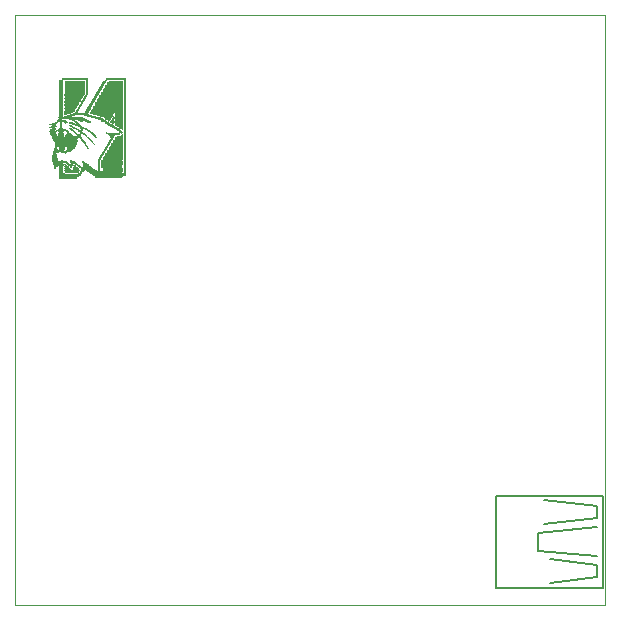
<source format=gbo>
G75*
%MOIN*%
%OFA0B0*%
%FSLAX25Y25*%
%IPPOS*%
%LPD*%
%AMOC8*
5,1,8,0,0,1.08239X$1,22.5*
%
%ADD10C,0.00000*%
%ADD11R,0.06200X0.00100*%
%ADD12R,0.09000X0.00100*%
%ADD13R,0.06300X0.00100*%
%ADD14R,0.09100X0.00100*%
%ADD15R,0.06400X0.00100*%
%ADD16R,0.09300X0.00100*%
%ADD17R,0.06500X0.00100*%
%ADD18R,0.09400X0.00100*%
%ADD19R,0.09600X0.00100*%
%ADD20R,0.06600X0.00100*%
%ADD21R,0.10700X0.00100*%
%ADD22R,0.07000X0.00100*%
%ADD23R,0.10800X0.00100*%
%ADD24R,0.07100X0.00100*%
%ADD25R,0.11000X0.00100*%
%ADD26R,0.11100X0.00100*%
%ADD27R,0.07200X0.00100*%
%ADD28R,0.11300X0.00100*%
%ADD29R,0.07500X0.00100*%
%ADD30R,0.11400X0.00100*%
%ADD31R,0.01200X0.00100*%
%ADD32R,0.01700X0.00100*%
%ADD33R,0.00500X0.00100*%
%ADD34R,0.03200X0.00100*%
%ADD35R,0.00900X0.00100*%
%ADD36R,0.01400X0.00100*%
%ADD37R,0.03300X0.00100*%
%ADD38R,0.00800X0.00100*%
%ADD39R,0.03500X0.00100*%
%ADD40R,0.00700X0.00100*%
%ADD41R,0.03700X0.00100*%
%ADD42R,0.03800X0.00100*%
%ADD43R,0.04000X0.00100*%
%ADD44R,0.04500X0.00100*%
%ADD45R,0.04100X0.00100*%
%ADD46R,0.00600X0.00100*%
%ADD47R,0.06900X0.00100*%
%ADD48R,0.04300X0.00100*%
%ADD49R,0.00200X0.00100*%
%ADD50R,0.04700X0.00100*%
%ADD51R,0.00300X0.00100*%
%ADD52R,0.04800X0.00100*%
%ADD53R,0.01100X0.00100*%
%ADD54R,0.04900X0.00100*%
%ADD55R,0.02400X0.00100*%
%ADD56R,0.01000X0.00100*%
%ADD57R,0.02200X0.00100*%
%ADD58R,0.02300X0.00100*%
%ADD59R,0.02100X0.00100*%
%ADD60R,0.02000X0.00100*%
%ADD61R,0.04400X0.00100*%
%ADD62R,0.01900X0.00100*%
%ADD63R,0.01800X0.00100*%
%ADD64R,0.04200X0.00100*%
%ADD65R,0.01600X0.00100*%
%ADD66R,0.01500X0.00100*%
%ADD67R,0.03000X0.00100*%
%ADD68R,0.01300X0.00100*%
%ADD69R,0.02900X0.00100*%
%ADD70R,0.00400X0.00100*%
%ADD71R,0.02800X0.00100*%
%ADD72R,0.02600X0.00100*%
%ADD73R,0.02500X0.00100*%
%ADD74R,0.03100X0.00100*%
%ADD75R,0.00100X0.00100*%
%ADD76R,0.06800X0.00100*%
%ADD77R,0.06700X0.00100*%
%ADD78R,0.06100X0.00100*%
%ADD79R,0.06000X0.00100*%
%ADD80R,0.05900X0.00100*%
%ADD81R,0.05800X0.00100*%
%ADD82R,0.05700X0.00100*%
%ADD83R,0.05600X0.00100*%
%ADD84R,0.05500X0.00100*%
%ADD85R,0.05400X0.00100*%
%ADD86R,0.05300X0.00100*%
%ADD87R,0.05000X0.00100*%
%ADD88R,0.05200X0.00100*%
%ADD89R,0.05100X0.00100*%
%ADD90R,0.03400X0.00100*%
%ADD91R,0.04600X0.00100*%
%ADD92R,0.03900X0.00100*%
%ADD93R,0.03600X0.00100*%
%ADD94R,0.07300X0.00100*%
%ADD95R,0.07400X0.00100*%
%ADD96R,0.07600X0.00100*%
%ADD97R,0.07700X0.00100*%
%ADD98R,0.07800X0.00100*%
%ADD99R,0.07900X0.00100*%
%ADD100R,0.08000X0.00100*%
%ADD101R,0.08100X0.00100*%
%ADD102R,0.08200X0.00100*%
%ADD103R,0.02700X0.00100*%
%ADD104R,0.08300X0.00100*%
%ADD105R,0.08400X0.00100*%
%ADD106R,0.10600X0.00100*%
%ADD107R,0.10500X0.00100*%
%ADD108R,0.10400X0.00100*%
%ADD109R,0.10300X0.00100*%
%ADD110R,0.10200X0.00100*%
%ADD111R,0.10100X0.00100*%
%ADD112R,0.10000X0.00100*%
%ADD113R,0.09900X0.00100*%
%ADD114R,0.09800X0.00100*%
%ADD115R,0.09700X0.00100*%
%ADD116R,0.09500X0.00100*%
%ADD117R,0.09200X0.00100*%
%ADD118R,0.08900X0.00100*%
%ADD119R,0.08800X0.00100*%
%ADD120R,0.08700X0.00100*%
%ADD121R,0.08600X0.00100*%
%ADD122R,0.08500X0.00100*%
%ADD123C,0.00500*%
D10*
X0001339Y0001300D02*
X0001339Y0198150D01*
X0198190Y0198150D01*
X0198190Y0001300D01*
X0001339Y0001300D01*
D11*
X0019189Y0143500D03*
X0019189Y0143600D03*
X0019189Y0143700D03*
X0034289Y0150800D03*
X0021089Y0170800D03*
X0021089Y0170900D03*
X0034289Y0173400D03*
X0034289Y0173500D03*
D12*
X0032889Y0168700D03*
X0032889Y0168600D03*
X0032889Y0143900D03*
X0032889Y0143800D03*
X0032889Y0143700D03*
X0032889Y0143600D03*
D13*
X0034239Y0150600D03*
X0034239Y0150700D03*
X0031039Y0164700D03*
X0034239Y0173200D03*
X0034239Y0173300D03*
X0021139Y0171000D03*
X0019239Y0143900D03*
X0019239Y0143800D03*
D14*
X0032839Y0144000D03*
X0032839Y0168400D03*
X0032839Y0168500D03*
D15*
X0034189Y0173000D03*
X0034189Y0173100D03*
X0035089Y0176600D03*
X0035089Y0176700D03*
X0021189Y0171200D03*
X0021189Y0171100D03*
X0034189Y0150500D03*
X0019289Y0144000D03*
D16*
X0032739Y0144100D03*
X0032739Y0168100D03*
D17*
X0034139Y0172900D03*
X0035039Y0176500D03*
X0021239Y0171400D03*
X0021239Y0171300D03*
X0034139Y0150400D03*
X0034139Y0150300D03*
X0019339Y0144200D03*
X0019339Y0144100D03*
D18*
X0032689Y0144200D03*
X0032689Y0167900D03*
X0032689Y0168000D03*
D19*
X0032589Y0167600D03*
X0032589Y0167500D03*
X0032589Y0144300D03*
D20*
X0034089Y0150200D03*
X0019389Y0144300D03*
X0021289Y0171500D03*
X0021289Y0171600D03*
X0034089Y0172700D03*
X0034089Y0172800D03*
X0034989Y0176400D03*
D21*
X0032939Y0144400D03*
D22*
X0033889Y0145500D03*
X0033889Y0145600D03*
X0033889Y0146900D03*
X0033889Y0147000D03*
X0033889Y0147100D03*
X0033889Y0147200D03*
X0033889Y0147300D03*
X0033889Y0147400D03*
X0033889Y0147500D03*
X0033889Y0147600D03*
X0033889Y0147700D03*
X0033889Y0147800D03*
X0033889Y0149100D03*
X0033889Y0149200D03*
X0033889Y0149300D03*
X0033889Y0149400D03*
X0033889Y0149500D03*
X0019589Y0144400D03*
X0018389Y0154400D03*
X0018389Y0154500D03*
X0033889Y0172000D03*
X0033889Y0172100D03*
D23*
X0032889Y0144500D03*
D24*
X0033839Y0147900D03*
X0033839Y0148000D03*
X0033839Y0148100D03*
X0033839Y0148200D03*
X0033839Y0148300D03*
X0033839Y0148400D03*
X0033839Y0148500D03*
X0033839Y0148600D03*
X0033839Y0148700D03*
X0033839Y0148800D03*
X0033839Y0148900D03*
X0033839Y0149000D03*
X0019639Y0144600D03*
X0019639Y0144500D03*
X0018439Y0154600D03*
X0018439Y0154700D03*
X0033839Y0171800D03*
X0033839Y0171900D03*
D25*
X0032789Y0144600D03*
D26*
X0032739Y0144700D03*
D27*
X0019689Y0144700D03*
X0018489Y0154800D03*
X0018489Y0154900D03*
X0018489Y0155000D03*
X0030789Y0164900D03*
X0033789Y0171700D03*
D28*
X0032639Y0144800D03*
D29*
X0019839Y0144800D03*
X0018439Y0155300D03*
X0018439Y0155400D03*
X0033639Y0171200D03*
D30*
X0032589Y0144900D03*
D31*
X0024689Y0148300D03*
X0023989Y0145900D03*
X0023089Y0144900D03*
X0021589Y0147100D03*
X0019889Y0147800D03*
X0018589Y0147300D03*
X0020389Y0149100D03*
X0015089Y0147600D03*
X0014589Y0151100D03*
X0014589Y0151200D03*
X0014889Y0152000D03*
X0019289Y0158400D03*
X0019989Y0161900D03*
X0022989Y0160800D03*
X0023189Y0159200D03*
X0023689Y0158500D03*
X0023489Y0162600D03*
X0013989Y0159700D03*
X0032089Y0161800D03*
X0032289Y0161700D03*
X0032389Y0161600D03*
X0032589Y0161500D03*
X0032789Y0161400D03*
X0032989Y0161300D03*
X0033489Y0161000D03*
X0033889Y0162000D03*
X0033889Y0162200D03*
X0033889Y0162300D03*
X0036789Y0160300D03*
X0033789Y0157200D03*
D32*
X0033639Y0157700D03*
X0036539Y0160600D03*
X0031239Y0162400D03*
X0020339Y0161700D03*
X0018839Y0165100D03*
X0014239Y0161500D03*
X0014339Y0160700D03*
X0013739Y0160400D03*
X0014239Y0159800D03*
X0013839Y0159200D03*
X0014239Y0158200D03*
X0014239Y0158100D03*
X0014339Y0158000D03*
X0014439Y0157800D03*
X0014539Y0157600D03*
X0014639Y0157500D03*
X0016739Y0158500D03*
X0016739Y0159000D03*
X0019439Y0158000D03*
X0019539Y0152800D03*
X0018939Y0152500D03*
X0017039Y0153000D03*
X0017039Y0153100D03*
X0014639Y0150100D03*
X0014639Y0150000D03*
X0014739Y0149900D03*
X0014739Y0149800D03*
X0014739Y0149700D03*
X0014839Y0149400D03*
X0014939Y0149100D03*
X0014939Y0149000D03*
X0014939Y0148900D03*
X0014939Y0148800D03*
X0016939Y0144900D03*
X0018839Y0146700D03*
X0020739Y0148700D03*
X0020839Y0148600D03*
X0021739Y0146700D03*
D33*
X0018239Y0147900D03*
X0014739Y0146800D03*
X0024239Y0148800D03*
X0024039Y0156000D03*
X0023939Y0156100D03*
X0023839Y0156200D03*
X0023739Y0156400D03*
X0023639Y0156500D03*
X0023539Y0156600D03*
X0023439Y0156700D03*
X0023339Y0156800D03*
X0024439Y0158200D03*
X0024339Y0158300D03*
X0024139Y0158400D03*
X0024739Y0158000D03*
X0025839Y0159400D03*
X0026139Y0159200D03*
X0026339Y0159100D03*
X0026439Y0159000D03*
X0026539Y0158900D03*
X0026839Y0158700D03*
X0026939Y0158600D03*
X0027339Y0158300D03*
X0027439Y0158200D03*
X0027539Y0158100D03*
X0023539Y0159400D03*
X0023539Y0160100D03*
X0021639Y0158500D03*
X0021539Y0158600D03*
X0021439Y0158700D03*
X0021339Y0158800D03*
X0021239Y0158900D03*
X0021139Y0159000D03*
X0021039Y0159100D03*
X0020939Y0159200D03*
X0020539Y0159500D03*
X0020439Y0159600D03*
X0019039Y0159000D03*
X0018939Y0159100D03*
X0019839Y0161100D03*
X0019639Y0162100D03*
X0016839Y0162100D03*
X0016839Y0162000D03*
X0015039Y0161900D03*
X0015139Y0159200D03*
X0022339Y0166200D03*
X0022639Y0166700D03*
X0022739Y0166900D03*
X0022839Y0167100D03*
X0023039Y0167400D03*
X0023139Y0167600D03*
X0023339Y0167900D03*
X0023439Y0168100D03*
X0023739Y0168600D03*
X0025539Y0172100D03*
X0025539Y0172200D03*
X0025539Y0172300D03*
X0025539Y0172400D03*
X0025539Y0172500D03*
X0025539Y0172600D03*
X0025539Y0172700D03*
X0025539Y0172800D03*
X0025539Y0172900D03*
X0025539Y0173000D03*
X0025539Y0173100D03*
X0025539Y0173200D03*
X0025539Y0173300D03*
X0025539Y0173400D03*
X0025539Y0173500D03*
X0025539Y0173600D03*
X0025539Y0173700D03*
X0025539Y0173800D03*
X0025539Y0173900D03*
X0025539Y0174000D03*
X0025539Y0174100D03*
X0025539Y0174200D03*
X0025539Y0174300D03*
X0025539Y0174400D03*
X0025539Y0174500D03*
X0025539Y0174600D03*
X0025539Y0174700D03*
X0025539Y0174800D03*
X0025539Y0174900D03*
X0025539Y0175000D03*
X0025539Y0175100D03*
X0025539Y0175200D03*
X0025539Y0175300D03*
X0025539Y0175400D03*
X0025539Y0175500D03*
X0025539Y0175600D03*
X0025539Y0175700D03*
X0025539Y0175800D03*
X0025539Y0175900D03*
X0025539Y0176000D03*
X0025539Y0176100D03*
X0025539Y0176200D03*
X0031839Y0176100D03*
X0038039Y0176100D03*
X0038039Y0176200D03*
X0038039Y0176300D03*
X0038039Y0176000D03*
X0038039Y0175900D03*
X0038039Y0175800D03*
X0038039Y0175700D03*
X0038039Y0175600D03*
X0038039Y0175500D03*
X0038039Y0175400D03*
X0038039Y0175300D03*
X0038039Y0175200D03*
X0038039Y0175100D03*
X0038039Y0175000D03*
X0038039Y0174900D03*
X0038039Y0174800D03*
X0038039Y0174700D03*
X0038039Y0174600D03*
X0038039Y0174500D03*
X0038039Y0174400D03*
X0038039Y0174300D03*
X0038039Y0174200D03*
X0038039Y0174100D03*
X0038039Y0174000D03*
X0038039Y0173900D03*
X0038039Y0173800D03*
X0038039Y0173700D03*
X0038039Y0173600D03*
X0038039Y0173500D03*
X0038039Y0173400D03*
X0038039Y0173300D03*
X0038039Y0173200D03*
X0038039Y0173100D03*
X0038039Y0173000D03*
X0038039Y0172900D03*
X0038039Y0172800D03*
X0038039Y0172700D03*
X0038039Y0172600D03*
X0038039Y0172500D03*
X0038039Y0172400D03*
X0038039Y0172300D03*
X0038039Y0172200D03*
X0038039Y0172100D03*
X0038039Y0172000D03*
X0038039Y0171900D03*
X0038039Y0171800D03*
X0038039Y0171700D03*
X0038039Y0171600D03*
X0038039Y0171500D03*
X0038039Y0171400D03*
X0038039Y0171300D03*
X0038039Y0171200D03*
X0038039Y0171100D03*
X0038039Y0171000D03*
X0038039Y0170900D03*
X0038039Y0170800D03*
X0038039Y0170700D03*
X0038039Y0170600D03*
X0038039Y0170500D03*
X0038039Y0170400D03*
X0038039Y0170300D03*
X0038039Y0170200D03*
X0038039Y0170100D03*
X0038039Y0170000D03*
X0038039Y0169900D03*
X0038039Y0169800D03*
X0038039Y0169700D03*
X0038039Y0169600D03*
X0038039Y0169500D03*
X0038039Y0169400D03*
X0038039Y0169300D03*
X0038039Y0169200D03*
X0038039Y0169100D03*
X0038039Y0169000D03*
X0038039Y0168900D03*
X0038039Y0168800D03*
X0038039Y0168700D03*
X0038039Y0168600D03*
X0038039Y0168500D03*
X0038039Y0168400D03*
X0038039Y0168300D03*
X0038039Y0168200D03*
X0038039Y0168100D03*
X0038039Y0168000D03*
X0038039Y0167900D03*
X0038039Y0167800D03*
X0038039Y0167700D03*
X0038039Y0167600D03*
X0038039Y0167500D03*
X0038039Y0167400D03*
X0038039Y0167300D03*
X0038039Y0167200D03*
X0038039Y0167100D03*
X0038039Y0167000D03*
X0038039Y0166900D03*
X0038039Y0166800D03*
X0038039Y0166700D03*
X0038039Y0166600D03*
X0038039Y0166500D03*
X0038039Y0166400D03*
X0038039Y0166300D03*
X0038039Y0166200D03*
X0038039Y0166100D03*
X0038039Y0166000D03*
X0038039Y0165900D03*
X0038039Y0165800D03*
X0038039Y0165700D03*
X0038039Y0165600D03*
X0038039Y0165500D03*
X0038039Y0165400D03*
X0038039Y0165300D03*
X0038039Y0165200D03*
X0038039Y0165100D03*
X0038039Y0165000D03*
X0038039Y0164900D03*
X0038039Y0164800D03*
X0038039Y0164700D03*
X0038039Y0164600D03*
X0038039Y0164500D03*
X0038039Y0164400D03*
X0038039Y0164300D03*
X0038039Y0164200D03*
X0038039Y0164100D03*
X0038039Y0164000D03*
X0038039Y0163900D03*
X0038039Y0163800D03*
X0038039Y0163700D03*
X0038039Y0163600D03*
X0038039Y0163500D03*
X0038039Y0163400D03*
X0038039Y0163300D03*
X0038039Y0163200D03*
X0038039Y0163100D03*
X0038039Y0163000D03*
X0038039Y0162900D03*
X0038039Y0162800D03*
X0038039Y0162700D03*
X0038039Y0162600D03*
X0038039Y0162500D03*
X0038039Y0162400D03*
X0038039Y0162300D03*
X0038039Y0162200D03*
X0038039Y0162100D03*
X0038039Y0162000D03*
X0038039Y0161900D03*
X0038039Y0161800D03*
X0038039Y0161700D03*
X0038039Y0161600D03*
X0038039Y0161500D03*
X0038039Y0161400D03*
X0038039Y0161300D03*
X0038039Y0161200D03*
X0038039Y0161100D03*
X0038039Y0161000D03*
X0038039Y0160900D03*
X0038039Y0160800D03*
X0038039Y0160700D03*
X0038039Y0160600D03*
X0038039Y0160500D03*
X0038039Y0160400D03*
X0038039Y0160300D03*
X0038039Y0160200D03*
X0038039Y0160100D03*
X0038039Y0160000D03*
X0038039Y0159900D03*
X0038039Y0159800D03*
X0038039Y0159700D03*
X0038039Y0159600D03*
X0038039Y0159500D03*
X0038039Y0159400D03*
X0038039Y0159300D03*
X0038039Y0159200D03*
X0038039Y0159100D03*
X0038039Y0159000D03*
X0038039Y0158900D03*
X0038039Y0158800D03*
X0038039Y0158700D03*
X0038039Y0158600D03*
X0038039Y0158500D03*
X0038039Y0158400D03*
X0038039Y0158300D03*
X0038039Y0158200D03*
X0038039Y0158100D03*
X0038039Y0158000D03*
X0038039Y0157900D03*
X0038039Y0157800D03*
X0038039Y0157700D03*
X0038039Y0157600D03*
X0038039Y0157500D03*
X0038039Y0157400D03*
X0038039Y0157300D03*
X0038039Y0157200D03*
X0038039Y0157100D03*
X0038039Y0157000D03*
X0038039Y0156900D03*
X0038039Y0156800D03*
X0038039Y0156700D03*
X0038039Y0156600D03*
X0038039Y0156500D03*
X0038039Y0156400D03*
X0038039Y0156300D03*
X0038039Y0156200D03*
X0038039Y0156100D03*
X0038039Y0156000D03*
X0038039Y0155900D03*
X0038039Y0155800D03*
X0038039Y0155700D03*
X0038039Y0155600D03*
X0038039Y0155500D03*
X0038039Y0155400D03*
X0038039Y0155300D03*
X0038039Y0155200D03*
X0038039Y0155100D03*
X0038039Y0155000D03*
X0038039Y0154900D03*
X0038039Y0154800D03*
X0038039Y0154700D03*
X0038039Y0154600D03*
X0038039Y0154500D03*
X0038039Y0154400D03*
X0038039Y0154300D03*
X0038039Y0154200D03*
X0038039Y0154100D03*
X0038039Y0154000D03*
X0038039Y0153900D03*
X0038039Y0153800D03*
X0038039Y0153700D03*
X0038039Y0153600D03*
X0038039Y0153500D03*
X0038039Y0153400D03*
X0038039Y0153300D03*
X0038039Y0153200D03*
X0038039Y0153100D03*
X0038039Y0153000D03*
X0038039Y0152900D03*
X0038039Y0152800D03*
X0038039Y0152700D03*
X0038039Y0152600D03*
X0038039Y0152500D03*
X0038039Y0152400D03*
X0038039Y0152300D03*
X0038039Y0152200D03*
X0038039Y0152100D03*
X0038039Y0152000D03*
X0038039Y0151900D03*
X0038039Y0151800D03*
X0038039Y0151700D03*
X0038039Y0151600D03*
X0038039Y0151500D03*
X0038039Y0151400D03*
X0038039Y0151300D03*
X0038039Y0151200D03*
X0038039Y0151100D03*
X0038039Y0151000D03*
X0038039Y0150900D03*
X0038039Y0150800D03*
X0038039Y0150700D03*
X0038039Y0150600D03*
X0038039Y0150500D03*
X0038039Y0150400D03*
X0038039Y0150300D03*
X0038039Y0150200D03*
X0038039Y0150100D03*
X0038039Y0150000D03*
X0038039Y0149900D03*
X0038039Y0149800D03*
X0038039Y0149700D03*
X0038039Y0149600D03*
X0038039Y0149500D03*
X0038039Y0149400D03*
X0038039Y0149300D03*
X0038039Y0149200D03*
X0038039Y0149100D03*
X0038039Y0149000D03*
X0038039Y0148900D03*
X0038039Y0148800D03*
X0038039Y0148700D03*
X0038039Y0148600D03*
X0038039Y0148500D03*
X0038039Y0148400D03*
X0038039Y0148300D03*
X0038039Y0148200D03*
X0038039Y0148100D03*
X0038039Y0148000D03*
X0038039Y0147900D03*
X0038039Y0147800D03*
X0038039Y0147700D03*
X0038039Y0147600D03*
X0038039Y0147500D03*
X0038039Y0147400D03*
X0038039Y0147300D03*
X0038039Y0147200D03*
X0038039Y0147100D03*
X0038039Y0147000D03*
X0038039Y0146900D03*
X0038039Y0146800D03*
X0038039Y0146700D03*
X0038039Y0146600D03*
X0038039Y0146500D03*
X0038039Y0146400D03*
X0038039Y0146300D03*
X0038039Y0146200D03*
X0038039Y0146100D03*
X0038039Y0146000D03*
X0038039Y0145900D03*
X0038039Y0145800D03*
X0038039Y0145700D03*
X0038039Y0145600D03*
X0038039Y0145500D03*
X0038039Y0145400D03*
X0038039Y0145300D03*
X0038039Y0145200D03*
X0038039Y0145100D03*
X0038039Y0145000D03*
X0036339Y0159000D03*
X0036339Y0159100D03*
X0034239Y0161600D03*
X0034239Y0163400D03*
X0032239Y0158500D03*
X0017239Y0176000D03*
X0017239Y0176100D03*
X0017239Y0176200D03*
D34*
X0019589Y0165800D03*
X0019589Y0165700D03*
X0024189Y0162800D03*
X0024389Y0162700D03*
X0020089Y0154100D03*
X0015889Y0148400D03*
X0015889Y0148300D03*
X0015889Y0148200D03*
X0026789Y0146100D03*
X0027089Y0145900D03*
X0027189Y0145800D03*
X0028289Y0145000D03*
X0035789Y0155800D03*
D35*
X0033739Y0156700D03*
X0033739Y0156800D03*
X0033739Y0156900D03*
X0033539Y0156400D03*
X0033439Y0156200D03*
X0033339Y0156000D03*
X0033239Y0155900D03*
X0033239Y0155800D03*
X0033139Y0155700D03*
X0033039Y0155500D03*
X0032939Y0155400D03*
X0032839Y0155200D03*
X0032739Y0155000D03*
X0032639Y0154900D03*
X0032539Y0154700D03*
X0032239Y0154200D03*
X0031039Y0152200D03*
X0030739Y0151700D03*
X0030639Y0151500D03*
X0030239Y0150900D03*
X0029539Y0146500D03*
X0029539Y0146400D03*
X0029539Y0146300D03*
X0029539Y0146200D03*
X0029539Y0146100D03*
X0029539Y0146000D03*
X0029539Y0145900D03*
X0029539Y0145800D03*
X0024539Y0148500D03*
X0023139Y0147200D03*
X0023039Y0147300D03*
X0022739Y0147500D03*
X0022439Y0147700D03*
X0022339Y0147800D03*
X0022039Y0148000D03*
X0021939Y0148100D03*
X0021739Y0148200D03*
X0020039Y0147500D03*
X0018439Y0147600D03*
X0018639Y0148600D03*
X0014939Y0147300D03*
X0015039Y0153400D03*
X0015039Y0153500D03*
X0015039Y0153600D03*
X0019239Y0158600D03*
X0020239Y0160700D03*
X0020039Y0160800D03*
X0020639Y0160500D03*
X0020839Y0160400D03*
X0021039Y0160300D03*
X0021239Y0160200D03*
X0021639Y0160000D03*
X0023439Y0158900D03*
X0023639Y0158700D03*
X0023539Y0162500D03*
X0020539Y0163000D03*
X0019839Y0162000D03*
X0016439Y0163100D03*
X0027239Y0168600D03*
X0027539Y0169100D03*
X0027839Y0169600D03*
X0028139Y0170100D03*
X0028239Y0170300D03*
X0028539Y0170800D03*
X0028839Y0171300D03*
X0029139Y0171800D03*
X0029439Y0172300D03*
X0029539Y0172500D03*
X0029839Y0173000D03*
X0030139Y0173500D03*
X0030239Y0173700D03*
X0030539Y0174200D03*
X0030839Y0174700D03*
X0030939Y0174900D03*
X0031239Y0175400D03*
X0032139Y0176300D03*
X0032739Y0163000D03*
X0034039Y0162800D03*
X0034039Y0162700D03*
X0034039Y0161800D03*
X0031839Y0162000D03*
X0031639Y0162200D03*
X0030639Y0162800D03*
X0036339Y0159400D03*
X0023239Y0145000D03*
D36*
X0020589Y0148900D03*
X0018689Y0147100D03*
X0018689Y0147000D03*
X0016789Y0147000D03*
X0016789Y0147100D03*
X0016789Y0147200D03*
X0016789Y0147300D03*
X0016789Y0147400D03*
X0016789Y0147500D03*
X0016789Y0147600D03*
X0016789Y0147700D03*
X0016789Y0146900D03*
X0016789Y0146800D03*
X0016789Y0146700D03*
X0016789Y0146600D03*
X0016789Y0146500D03*
X0016789Y0146400D03*
X0016789Y0146300D03*
X0016789Y0146200D03*
X0016789Y0146100D03*
X0016789Y0146000D03*
X0016789Y0145900D03*
X0016789Y0145800D03*
X0016789Y0145700D03*
X0016789Y0145600D03*
X0016789Y0145500D03*
X0016789Y0145400D03*
X0016789Y0145300D03*
X0016789Y0145200D03*
X0016789Y0145100D03*
X0016789Y0145000D03*
X0014589Y0150800D03*
X0014889Y0152100D03*
X0019389Y0152600D03*
X0019389Y0158200D03*
X0021089Y0161500D03*
X0022689Y0157900D03*
X0018689Y0165000D03*
X0016789Y0165000D03*
X0016789Y0165100D03*
X0016789Y0165200D03*
X0016789Y0165300D03*
X0016789Y0165400D03*
X0016789Y0165500D03*
X0016789Y0165600D03*
X0016789Y0165700D03*
X0016789Y0165800D03*
X0016789Y0165900D03*
X0016789Y0166000D03*
X0016789Y0166100D03*
X0016789Y0166200D03*
X0016789Y0166300D03*
X0016789Y0166400D03*
X0016789Y0166500D03*
X0016789Y0166600D03*
X0016789Y0166700D03*
X0016789Y0166800D03*
X0016789Y0166900D03*
X0016789Y0167000D03*
X0016789Y0167100D03*
X0016789Y0167200D03*
X0016789Y0167300D03*
X0016789Y0167400D03*
X0016789Y0167500D03*
X0016789Y0167600D03*
X0016789Y0167700D03*
X0016789Y0167800D03*
X0016789Y0167900D03*
X0016789Y0168000D03*
X0016789Y0168100D03*
X0016789Y0168200D03*
X0016789Y0168300D03*
X0016789Y0168400D03*
X0016789Y0168500D03*
X0016789Y0168600D03*
X0016789Y0168700D03*
X0016789Y0168800D03*
X0016789Y0168900D03*
X0016789Y0169000D03*
X0016789Y0169100D03*
X0016789Y0169200D03*
X0016789Y0169300D03*
X0016789Y0169400D03*
X0016789Y0169500D03*
X0016789Y0169600D03*
X0016789Y0169700D03*
X0016789Y0169800D03*
X0016789Y0169900D03*
X0016789Y0170000D03*
X0016789Y0170100D03*
X0016789Y0170200D03*
X0016789Y0170300D03*
X0016789Y0170400D03*
X0016789Y0170500D03*
X0016789Y0170600D03*
X0016789Y0170700D03*
X0016789Y0170800D03*
X0016789Y0170900D03*
X0016789Y0171000D03*
X0016789Y0171100D03*
X0016789Y0171200D03*
X0016789Y0171300D03*
X0016789Y0171400D03*
X0016789Y0171500D03*
X0016789Y0171600D03*
X0016789Y0171700D03*
X0016789Y0171800D03*
X0016789Y0171900D03*
X0016789Y0172000D03*
X0016789Y0172100D03*
X0016789Y0172200D03*
X0016789Y0172300D03*
X0016789Y0172400D03*
X0016789Y0172500D03*
X0016789Y0172600D03*
X0016789Y0172700D03*
X0016789Y0172800D03*
X0016789Y0172900D03*
X0016789Y0173000D03*
X0016789Y0173100D03*
X0016789Y0173200D03*
X0016789Y0173300D03*
X0016789Y0173400D03*
X0016789Y0173500D03*
X0016789Y0173600D03*
X0016789Y0173700D03*
X0016789Y0173800D03*
X0016789Y0173900D03*
X0016789Y0174000D03*
X0016789Y0174100D03*
X0016789Y0174200D03*
X0016789Y0174300D03*
X0016789Y0174400D03*
X0016789Y0174500D03*
X0016789Y0174600D03*
X0016789Y0174700D03*
X0016789Y0174800D03*
X0016789Y0174900D03*
X0016789Y0175000D03*
X0016789Y0175100D03*
X0016789Y0175200D03*
X0016789Y0175300D03*
X0016789Y0175400D03*
X0016789Y0175500D03*
X0016789Y0175600D03*
X0016789Y0175700D03*
X0016789Y0175800D03*
X0016789Y0175900D03*
X0017689Y0176300D03*
X0025089Y0176300D03*
X0016789Y0164900D03*
X0016789Y0164800D03*
X0016789Y0164700D03*
X0016789Y0164600D03*
X0016789Y0164500D03*
X0016789Y0164400D03*
X0016789Y0164300D03*
X0016789Y0164200D03*
X0016789Y0164100D03*
X0016789Y0164000D03*
X0016789Y0163900D03*
X0014489Y0161600D03*
X0014489Y0160900D03*
X0013989Y0160600D03*
X0014289Y0160200D03*
X0013889Y0159400D03*
X0032589Y0163100D03*
X0036689Y0160400D03*
X0033789Y0157400D03*
D37*
X0035739Y0155700D03*
X0035739Y0155600D03*
X0026939Y0146000D03*
X0026639Y0146200D03*
X0026439Y0146300D03*
X0028239Y0145100D03*
X0015839Y0148500D03*
X0015839Y0148600D03*
X0017039Y0162500D03*
X0019639Y0165900D03*
X0019639Y0166000D03*
D38*
X0020689Y0162900D03*
X0020889Y0162800D03*
X0021089Y0162700D03*
X0021189Y0162600D03*
X0021389Y0162500D03*
X0021489Y0162400D03*
X0021789Y0162200D03*
X0021889Y0162100D03*
X0021989Y0162000D03*
X0022089Y0161900D03*
X0022489Y0161600D03*
X0022589Y0161500D03*
X0021789Y0159900D03*
X0021989Y0159800D03*
X0022189Y0159700D03*
X0022389Y0159600D03*
X0022589Y0159500D03*
X0022689Y0159400D03*
X0023589Y0158800D03*
X0022689Y0157600D03*
X0021389Y0160100D03*
X0019989Y0160900D03*
X0018389Y0162000D03*
X0016389Y0163000D03*
X0015589Y0162300D03*
X0015489Y0162200D03*
X0016789Y0160100D03*
X0019189Y0158700D03*
X0015289Y0154200D03*
X0015189Y0154000D03*
X0015189Y0153900D03*
X0015089Y0153800D03*
X0015089Y0153700D03*
X0018189Y0152000D03*
X0020189Y0149300D03*
X0019389Y0148100D03*
X0018989Y0148400D03*
X0018789Y0148500D03*
X0018389Y0147700D03*
X0020089Y0147400D03*
X0021489Y0147300D03*
X0022189Y0147900D03*
X0022589Y0147600D03*
X0022889Y0147400D03*
X0024389Y0148600D03*
X0023289Y0145100D03*
X0029489Y0146600D03*
X0029489Y0146700D03*
X0029489Y0146800D03*
X0029489Y0146900D03*
X0029489Y0147000D03*
X0029489Y0147100D03*
X0029489Y0147200D03*
X0029489Y0147300D03*
X0029489Y0147400D03*
X0029489Y0147500D03*
X0029489Y0147600D03*
X0029389Y0148500D03*
X0029389Y0148600D03*
X0029389Y0148700D03*
X0029389Y0148800D03*
X0029389Y0148900D03*
X0029389Y0149000D03*
X0029489Y0149300D03*
X0029489Y0149400D03*
X0029489Y0149500D03*
X0029489Y0149600D03*
X0029489Y0149700D03*
X0029589Y0149800D03*
X0029589Y0149900D03*
X0029689Y0150000D03*
X0029689Y0150100D03*
X0029789Y0150200D03*
X0029789Y0150300D03*
X0029889Y0150400D03*
X0029989Y0150500D03*
X0029989Y0150600D03*
X0030089Y0150700D03*
X0030189Y0150800D03*
X0030289Y0151000D03*
X0030389Y0151100D03*
X0030489Y0151200D03*
X0030489Y0151300D03*
X0030589Y0151400D03*
X0030689Y0151600D03*
X0030789Y0151800D03*
X0030889Y0151900D03*
X0030889Y0152000D03*
X0030989Y0152100D03*
X0031089Y0152300D03*
X0031189Y0152400D03*
X0031189Y0152500D03*
X0031289Y0152600D03*
X0031289Y0152700D03*
X0031389Y0152800D03*
X0031489Y0152900D03*
X0031489Y0153000D03*
X0031589Y0153100D03*
X0031589Y0153200D03*
X0031689Y0153300D03*
X0031789Y0153400D03*
X0031789Y0153500D03*
X0031889Y0153600D03*
X0031889Y0153700D03*
X0031989Y0153800D03*
X0032089Y0153900D03*
X0032089Y0154000D03*
X0032189Y0154100D03*
X0032289Y0154300D03*
X0032389Y0154400D03*
X0032389Y0154500D03*
X0032489Y0154600D03*
X0032589Y0154800D03*
X0032789Y0155100D03*
X0032889Y0155300D03*
X0033089Y0155600D03*
X0033389Y0156100D03*
X0033489Y0156300D03*
X0033589Y0156500D03*
X0033689Y0156600D03*
X0036989Y0160100D03*
X0034089Y0162900D03*
X0031789Y0162100D03*
X0030589Y0162900D03*
X0024489Y0160100D03*
X0014889Y0147200D03*
D39*
X0028139Y0145200D03*
X0035639Y0155300D03*
X0034239Y0158000D03*
X0019739Y0166200D03*
X0019739Y0166300D03*
X0017039Y0162400D03*
D40*
X0016839Y0162300D03*
X0016839Y0162200D03*
X0015339Y0162100D03*
X0014339Y0161200D03*
X0018439Y0161900D03*
X0019939Y0161000D03*
X0019939Y0160000D03*
X0020039Y0159900D03*
X0019139Y0158800D03*
X0022239Y0158000D03*
X0023239Y0158200D03*
X0023339Y0158300D03*
X0023439Y0158400D03*
X0023039Y0157100D03*
X0024739Y0160000D03*
X0024939Y0159900D03*
X0025139Y0159800D03*
X0025339Y0159700D03*
X0022639Y0161400D03*
X0022339Y0161700D03*
X0022239Y0161800D03*
X0021639Y0162300D03*
X0021839Y0165300D03*
X0021939Y0165500D03*
X0018339Y0164800D03*
X0024839Y0170500D03*
X0024939Y0170700D03*
X0025139Y0171000D03*
X0025239Y0171200D03*
X0025339Y0171400D03*
X0025439Y0171500D03*
X0031639Y0175900D03*
X0034139Y0163100D03*
X0034139Y0163000D03*
X0034139Y0161700D03*
X0037039Y0157600D03*
X0029439Y0149200D03*
X0029439Y0149100D03*
X0029439Y0148400D03*
X0029439Y0148300D03*
X0029439Y0148200D03*
X0029439Y0148100D03*
X0029439Y0148000D03*
X0029439Y0147900D03*
X0029439Y0147800D03*
X0029439Y0147700D03*
X0024339Y0148700D03*
X0023639Y0145800D03*
X0023439Y0145500D03*
X0023439Y0145400D03*
X0023339Y0145300D03*
X0023339Y0145200D03*
X0021439Y0147400D03*
X0020139Y0147300D03*
X0019239Y0148200D03*
X0019139Y0148300D03*
X0018339Y0147800D03*
X0017139Y0149300D03*
X0014839Y0147100D03*
X0014839Y0147000D03*
X0015239Y0154100D03*
D41*
X0016039Y0152500D03*
X0028139Y0145300D03*
X0035539Y0154900D03*
X0035539Y0155000D03*
X0031939Y0164100D03*
X0019839Y0166600D03*
D42*
X0019889Y0166700D03*
X0019889Y0166800D03*
X0015789Y0157200D03*
X0028089Y0145400D03*
X0035489Y0154800D03*
D43*
X0035389Y0154500D03*
X0035389Y0154400D03*
X0027989Y0145500D03*
X0016989Y0159300D03*
X0019989Y0167100D03*
X0019989Y0167200D03*
D44*
X0020239Y0167900D03*
X0020239Y0168000D03*
X0031639Y0164300D03*
X0035139Y0153600D03*
X0025739Y0146400D03*
X0020339Y0145600D03*
X0020339Y0145500D03*
D45*
X0027939Y0145600D03*
X0035339Y0154200D03*
X0035339Y0154300D03*
X0034439Y0158100D03*
X0031839Y0164200D03*
X0020039Y0167300D03*
X0035339Y0175800D03*
D46*
X0031889Y0176200D03*
X0031789Y0176000D03*
X0025489Y0172000D03*
X0025489Y0171900D03*
X0025489Y0171800D03*
X0025489Y0171700D03*
X0025489Y0171600D03*
X0025289Y0171300D03*
X0025189Y0171100D03*
X0025089Y0170900D03*
X0024989Y0170800D03*
X0024889Y0170600D03*
X0024789Y0170400D03*
X0024689Y0170300D03*
X0024689Y0170200D03*
X0024589Y0170100D03*
X0024589Y0170000D03*
X0024489Y0169900D03*
X0024389Y0169800D03*
X0024389Y0169700D03*
X0024289Y0169600D03*
X0024289Y0169500D03*
X0024189Y0169400D03*
X0024189Y0169300D03*
X0024089Y0169200D03*
X0023989Y0169100D03*
X0023989Y0169000D03*
X0023889Y0168900D03*
X0023889Y0168800D03*
X0023789Y0168700D03*
X0023689Y0168500D03*
X0023589Y0168400D03*
X0023589Y0168300D03*
X0023489Y0168200D03*
X0023389Y0168000D03*
X0023289Y0167800D03*
X0023189Y0167700D03*
X0023089Y0167500D03*
X0022989Y0167300D03*
X0022889Y0167200D03*
X0022789Y0167000D03*
X0022689Y0166800D03*
X0022589Y0166600D03*
X0022489Y0166500D03*
X0022489Y0166400D03*
X0022389Y0166300D03*
X0022289Y0166100D03*
X0022189Y0166000D03*
X0022189Y0165900D03*
X0022089Y0165800D03*
X0022089Y0165700D03*
X0021989Y0165600D03*
X0021889Y0165400D03*
X0023589Y0162400D03*
X0023589Y0160000D03*
X0023589Y0159900D03*
X0023589Y0159800D03*
X0023589Y0159700D03*
X0023589Y0159600D03*
X0023589Y0159500D03*
X0023189Y0158100D03*
X0023089Y0158000D03*
X0022089Y0158100D03*
X0021989Y0158200D03*
X0021889Y0158300D03*
X0021789Y0158400D03*
X0023189Y0157000D03*
X0023289Y0156900D03*
X0025489Y0159600D03*
X0025689Y0159500D03*
X0025989Y0159300D03*
X0020289Y0159700D03*
X0020189Y0159800D03*
X0019889Y0160100D03*
X0018789Y0159200D03*
X0019089Y0158900D03*
X0016789Y0160200D03*
X0016789Y0160300D03*
X0015189Y0162000D03*
X0014989Y0161800D03*
X0018289Y0151900D03*
X0019989Y0149400D03*
X0020289Y0148500D03*
X0020289Y0148400D03*
X0020289Y0148300D03*
X0020289Y0148200D03*
X0020289Y0148100D03*
X0020189Y0147200D03*
X0021389Y0147500D03*
X0023489Y0145600D03*
X0023589Y0145700D03*
X0014789Y0146900D03*
X0032789Y0162900D03*
X0034189Y0163200D03*
X0034189Y0163300D03*
X0037089Y0160000D03*
X0036389Y0159300D03*
X0036389Y0159200D03*
D47*
X0033939Y0149700D03*
X0033939Y0149600D03*
X0033939Y0146800D03*
X0033939Y0146700D03*
X0033939Y0146600D03*
X0033939Y0146500D03*
X0033939Y0146400D03*
X0033939Y0146300D03*
X0033939Y0146200D03*
X0033939Y0146100D03*
X0033939Y0146000D03*
X0033939Y0145900D03*
X0033939Y0145800D03*
X0033939Y0145700D03*
X0018339Y0154300D03*
X0021439Y0172000D03*
X0021439Y0172100D03*
X0021439Y0172200D03*
X0021439Y0172300D03*
X0021439Y0172400D03*
X0021439Y0172500D03*
X0021439Y0172600D03*
X0021439Y0172700D03*
X0021439Y0172800D03*
X0021439Y0172900D03*
X0021439Y0173000D03*
X0021439Y0173100D03*
X0021439Y0173200D03*
X0021439Y0173300D03*
X0021439Y0173400D03*
X0021439Y0173500D03*
X0021439Y0173600D03*
X0021439Y0173700D03*
X0021439Y0173800D03*
X0021439Y0173900D03*
X0021439Y0174000D03*
X0021439Y0174100D03*
X0021439Y0174200D03*
X0021439Y0174300D03*
X0021439Y0174400D03*
X0021439Y0174500D03*
X0021439Y0174600D03*
X0021439Y0174700D03*
X0021439Y0174800D03*
X0021439Y0174900D03*
X0021439Y0175000D03*
X0021439Y0175100D03*
X0021439Y0175200D03*
X0021439Y0175300D03*
X0021439Y0175400D03*
X0021439Y0175500D03*
X0021439Y0175600D03*
X0021439Y0175700D03*
X0033939Y0172300D03*
X0033939Y0172200D03*
D48*
X0023539Y0165000D03*
X0020139Y0167600D03*
X0020139Y0167700D03*
X0034339Y0158300D03*
X0035239Y0154000D03*
X0035239Y0153900D03*
X0027839Y0145700D03*
X0025539Y0146600D03*
X0025439Y0146700D03*
D49*
X0024389Y0145700D03*
X0021189Y0147800D03*
X0020289Y0146900D03*
X0014589Y0146600D03*
X0025489Y0154000D03*
X0025489Y0154100D03*
X0025389Y0154200D03*
X0025289Y0154300D03*
X0025589Y0153900D03*
X0027289Y0155600D03*
X0027189Y0155700D03*
X0027089Y0155800D03*
X0026989Y0155900D03*
X0027389Y0155500D03*
X0027489Y0155400D03*
X0027689Y0155100D03*
X0028589Y0157100D03*
X0028489Y0157200D03*
X0028389Y0157300D03*
X0028289Y0157400D03*
X0032889Y0162700D03*
X0034389Y0163900D03*
X0037289Y0159800D03*
X0037189Y0159100D03*
X0037189Y0159000D03*
X0037289Y0158200D03*
X0037289Y0158100D03*
X0037289Y0158000D03*
X0037289Y0157900D03*
X0037289Y0157800D03*
X0037289Y0157700D03*
X0019789Y0161200D03*
X0018089Y0164600D03*
X0014889Y0160300D03*
D50*
X0023239Y0164900D03*
X0020339Y0168300D03*
X0020339Y0168400D03*
X0035039Y0153300D03*
X0035039Y0153200D03*
X0020339Y0145700D03*
D51*
X0020239Y0147000D03*
X0021239Y0147700D03*
X0018139Y0148000D03*
X0014639Y0146700D03*
X0018439Y0151800D03*
X0024039Y0149000D03*
X0024339Y0145800D03*
X0025239Y0154400D03*
X0025139Y0154500D03*
X0025039Y0154600D03*
X0025039Y0154700D03*
X0024939Y0154800D03*
X0024839Y0154900D03*
X0024739Y0155100D03*
X0024639Y0155200D03*
X0026139Y0156800D03*
X0026039Y0156900D03*
X0025839Y0157100D03*
X0025539Y0157300D03*
X0025439Y0157400D03*
X0025339Y0157500D03*
X0025239Y0157600D03*
X0024839Y0157900D03*
X0026239Y0156700D03*
X0026339Y0156600D03*
X0026439Y0156500D03*
X0026539Y0156400D03*
X0026639Y0156300D03*
X0026739Y0156200D03*
X0026839Y0156100D03*
X0026939Y0156000D03*
X0028139Y0157500D03*
X0032039Y0158600D03*
X0034239Y0161500D03*
X0032939Y0162800D03*
X0034339Y0163700D03*
X0034339Y0163800D03*
X0037139Y0158900D03*
X0037139Y0158800D03*
X0037139Y0158700D03*
X0037239Y0158500D03*
X0037239Y0158400D03*
X0037239Y0158300D03*
X0018439Y0161800D03*
X0016739Y0161300D03*
X0016739Y0161200D03*
X0015039Y0160600D03*
D52*
X0020389Y0168500D03*
X0034989Y0153100D03*
X0034989Y0153000D03*
X0020389Y0145900D03*
X0020389Y0145800D03*
D53*
X0021539Y0147200D03*
X0019939Y0147700D03*
X0018539Y0147400D03*
X0018339Y0148700D03*
X0018039Y0152100D03*
X0014839Y0151900D03*
X0014639Y0151300D03*
X0014939Y0153000D03*
X0014939Y0153100D03*
X0015039Y0147500D03*
X0024039Y0146100D03*
X0024039Y0146000D03*
X0022539Y0157500D03*
X0022739Y0157800D03*
X0023739Y0160400D03*
X0020339Y0163100D03*
X0018339Y0162200D03*
X0018239Y0162300D03*
X0016539Y0163200D03*
X0014539Y0161100D03*
X0025239Y0165200D03*
X0025339Y0165300D03*
X0025339Y0165400D03*
X0025439Y0165500D03*
X0025539Y0165700D03*
X0025639Y0165900D03*
X0025739Y0166000D03*
X0025839Y0166200D03*
X0025939Y0166400D03*
X0026139Y0166700D03*
X0026239Y0166900D03*
X0026539Y0167400D03*
X0030439Y0163000D03*
X0030739Y0162700D03*
X0031939Y0161900D03*
X0033139Y0161200D03*
X0033339Y0161100D03*
X0033639Y0160900D03*
X0033839Y0160800D03*
X0034039Y0160700D03*
X0034239Y0160600D03*
X0034539Y0160400D03*
X0034739Y0160300D03*
X0034939Y0160200D03*
X0035439Y0159900D03*
X0035639Y0159800D03*
X0033939Y0161900D03*
X0033939Y0162400D03*
X0033739Y0157100D03*
X0033739Y0157000D03*
D54*
X0034939Y0152900D03*
X0020439Y0146000D03*
X0020439Y0168600D03*
X0020439Y0168700D03*
X0034939Y0175600D03*
X0034939Y0175700D03*
D55*
X0036189Y0165100D03*
X0036189Y0165000D03*
X0036189Y0164900D03*
X0036189Y0164800D03*
X0036189Y0164700D03*
X0036189Y0164600D03*
X0036189Y0164500D03*
X0036189Y0164400D03*
X0036189Y0164300D03*
X0036189Y0164200D03*
X0036189Y0164100D03*
X0036189Y0164000D03*
X0036189Y0163900D03*
X0036189Y0163800D03*
X0036189Y0163700D03*
X0036189Y0163600D03*
X0036189Y0163500D03*
X0036189Y0163400D03*
X0036189Y0163300D03*
X0036189Y0163200D03*
X0036189Y0163100D03*
X0036189Y0163000D03*
X0036189Y0162900D03*
X0036189Y0162800D03*
X0036189Y0162700D03*
X0036189Y0162600D03*
X0036189Y0162500D03*
X0036189Y0162400D03*
X0036189Y0162300D03*
X0036189Y0162200D03*
X0036189Y0162100D03*
X0036189Y0162000D03*
X0036189Y0161900D03*
X0036189Y0161800D03*
X0036189Y0161700D03*
X0036189Y0161600D03*
X0036189Y0161500D03*
X0036189Y0161400D03*
X0036189Y0161300D03*
X0036189Y0161200D03*
X0036189Y0161100D03*
X0036189Y0157000D03*
X0028689Y0163600D03*
X0028289Y0163700D03*
X0019189Y0165300D03*
X0016789Y0162700D03*
X0017089Y0154200D03*
X0019989Y0153400D03*
X0019189Y0146100D03*
X0021689Y0146100D03*
X0021789Y0146200D03*
D56*
X0023289Y0147100D03*
X0023389Y0147000D03*
X0024089Y0146300D03*
X0024089Y0146200D03*
X0024589Y0148400D03*
X0021589Y0148300D03*
X0021489Y0148400D03*
X0021289Y0148500D03*
X0020289Y0149200D03*
X0019989Y0147600D03*
X0018489Y0147500D03*
X0014989Y0147400D03*
X0014689Y0151400D03*
X0014689Y0151500D03*
X0014789Y0151600D03*
X0014789Y0151700D03*
X0014789Y0151800D03*
X0014989Y0153200D03*
X0014989Y0153300D03*
X0019289Y0158500D03*
X0020389Y0160600D03*
X0018389Y0162100D03*
X0016389Y0162900D03*
X0014789Y0161700D03*
X0014089Y0160300D03*
X0016789Y0160000D03*
X0018489Y0164900D03*
X0023189Y0160700D03*
X0023389Y0160600D03*
X0023589Y0160500D03*
X0023289Y0159100D03*
X0023389Y0159000D03*
X0023689Y0158600D03*
X0022689Y0157700D03*
X0026189Y0162200D03*
X0025189Y0165100D03*
X0025489Y0165600D03*
X0025589Y0165800D03*
X0025789Y0166100D03*
X0025889Y0166300D03*
X0025989Y0166500D03*
X0026089Y0166600D03*
X0026189Y0166800D03*
X0026289Y0167000D03*
X0026389Y0167100D03*
X0026389Y0167200D03*
X0026489Y0167300D03*
X0026589Y0167500D03*
X0026689Y0167600D03*
X0026689Y0167700D03*
X0026789Y0167800D03*
X0026789Y0167900D03*
X0026889Y0168000D03*
X0026989Y0168100D03*
X0026989Y0168200D03*
X0027089Y0168300D03*
X0027089Y0168400D03*
X0027189Y0168500D03*
X0027289Y0168700D03*
X0027389Y0168800D03*
X0027389Y0168900D03*
X0027489Y0169000D03*
X0027589Y0169200D03*
X0027689Y0169300D03*
X0027689Y0169400D03*
X0027789Y0169500D03*
X0027889Y0169700D03*
X0027989Y0169800D03*
X0027989Y0169900D03*
X0028089Y0170000D03*
X0028189Y0170200D03*
X0028289Y0170400D03*
X0028389Y0170500D03*
X0028389Y0170600D03*
X0028489Y0170700D03*
X0028589Y0170900D03*
X0028689Y0171000D03*
X0028689Y0171100D03*
X0028789Y0171200D03*
X0028889Y0171400D03*
X0028989Y0171500D03*
X0028989Y0171600D03*
X0029089Y0171700D03*
X0029189Y0171900D03*
X0029289Y0172000D03*
X0029289Y0172100D03*
X0029389Y0172200D03*
X0029489Y0172400D03*
X0029589Y0172600D03*
X0029689Y0172700D03*
X0029689Y0172800D03*
X0029789Y0172900D03*
X0029889Y0173100D03*
X0029989Y0173200D03*
X0029989Y0173300D03*
X0030089Y0173400D03*
X0030189Y0173600D03*
X0030289Y0173800D03*
X0030389Y0173900D03*
X0030389Y0174000D03*
X0030489Y0174100D03*
X0030589Y0174300D03*
X0030689Y0174400D03*
X0030689Y0174500D03*
X0030789Y0174600D03*
X0030889Y0174800D03*
X0030989Y0175000D03*
X0031089Y0175100D03*
X0031089Y0175200D03*
X0031189Y0175300D03*
X0031289Y0175500D03*
X0031389Y0175600D03*
X0031389Y0175700D03*
X0031489Y0175800D03*
X0033989Y0162600D03*
X0033989Y0162500D03*
X0034389Y0160500D03*
X0035089Y0160100D03*
X0035289Y0160000D03*
X0035789Y0159700D03*
X0035989Y0159600D03*
X0036189Y0159500D03*
X0036889Y0160200D03*
X0035989Y0158500D03*
D57*
X0035389Y0158400D03*
X0036289Y0157300D03*
X0036289Y0160900D03*
X0032489Y0163700D03*
X0026789Y0164100D03*
X0026489Y0164200D03*
X0024489Y0164700D03*
X0021189Y0164700D03*
X0019489Y0157700D03*
X0017089Y0154100D03*
X0017089Y0154000D03*
X0017089Y0153900D03*
X0019889Y0153200D03*
X0017289Y0149000D03*
X0019089Y0146200D03*
X0021789Y0146400D03*
X0025189Y0147600D03*
D58*
X0025239Y0147500D03*
X0021839Y0146300D03*
X0019939Y0153300D03*
X0029139Y0163500D03*
X0029439Y0163400D03*
X0029839Y0163300D03*
X0027839Y0163800D03*
X0027539Y0163900D03*
X0027139Y0164000D03*
X0018739Y0163900D03*
X0036239Y0161000D03*
X0036239Y0157200D03*
X0036239Y0157100D03*
D59*
X0026039Y0164300D03*
X0025739Y0164400D03*
X0025339Y0164500D03*
X0020739Y0164600D03*
X0020439Y0164500D03*
X0019839Y0164300D03*
X0019539Y0164200D03*
X0019239Y0164100D03*
X0019039Y0165200D03*
X0016939Y0159700D03*
X0017139Y0153800D03*
X0017639Y0152200D03*
X0019039Y0146300D03*
X0025139Y0147700D03*
D60*
X0021789Y0146500D03*
X0018989Y0146400D03*
X0019789Y0153100D03*
X0017089Y0153500D03*
X0017089Y0153600D03*
X0017089Y0153700D03*
X0016689Y0157500D03*
X0016689Y0157600D03*
X0016689Y0157700D03*
X0016789Y0159200D03*
X0014189Y0159000D03*
X0013789Y0161300D03*
X0016989Y0163400D03*
X0020089Y0164400D03*
X0022089Y0161300D03*
X0019489Y0157800D03*
X0024989Y0164600D03*
X0032489Y0163600D03*
X0032489Y0163500D03*
X0036389Y0160800D03*
X0033689Y0157800D03*
D61*
X0035189Y0153800D03*
X0035189Y0153700D03*
X0025589Y0146500D03*
X0020189Y0167800D03*
D62*
X0018939Y0164000D03*
X0019439Y0157900D03*
X0016739Y0157900D03*
X0016739Y0158000D03*
X0016739Y0158100D03*
X0016739Y0157800D03*
X0016739Y0157400D03*
X0016739Y0157300D03*
X0014139Y0158600D03*
X0014139Y0158700D03*
X0014139Y0158800D03*
X0014139Y0158900D03*
X0019739Y0153000D03*
X0017239Y0149100D03*
X0018939Y0146500D03*
X0021739Y0146600D03*
X0025039Y0147800D03*
X0036439Y0157400D03*
X0032439Y0163300D03*
X0032439Y0163400D03*
X0030139Y0163200D03*
D63*
X0031089Y0162500D03*
X0032389Y0163200D03*
X0036489Y0160700D03*
X0024989Y0147900D03*
X0018889Y0146600D03*
X0014889Y0149200D03*
X0014889Y0149300D03*
X0014789Y0149500D03*
X0014789Y0149600D03*
X0015089Y0152200D03*
X0016889Y0152700D03*
X0017089Y0153200D03*
X0017089Y0153300D03*
X0017089Y0153400D03*
X0019689Y0152900D03*
X0014789Y0157300D03*
X0014689Y0157400D03*
X0014189Y0158300D03*
X0014189Y0158400D03*
X0014189Y0158500D03*
X0013789Y0159100D03*
X0013989Y0161400D03*
X0016789Y0159100D03*
X0016789Y0158400D03*
X0016789Y0158300D03*
X0016789Y0158200D03*
X0022289Y0161200D03*
X0022389Y0165200D03*
D64*
X0020089Y0167400D03*
X0020089Y0167500D03*
X0034389Y0158200D03*
X0035289Y0154100D03*
X0025289Y0146800D03*
X0025189Y0146900D03*
D65*
X0024889Y0148000D03*
X0021689Y0146800D03*
X0018789Y0146800D03*
X0016689Y0148700D03*
X0014989Y0148700D03*
X0014589Y0150200D03*
X0014589Y0150300D03*
X0014589Y0150400D03*
X0019489Y0152700D03*
X0016789Y0158600D03*
X0016789Y0158700D03*
X0016789Y0158800D03*
X0016789Y0158900D03*
X0016889Y0159800D03*
X0014289Y0159900D03*
X0014289Y0160000D03*
X0014389Y0157900D03*
X0014489Y0157700D03*
X0016589Y0162800D03*
X0022489Y0161100D03*
X0025289Y0162600D03*
X0033689Y0157600D03*
D66*
X0033739Y0157500D03*
X0036639Y0160500D03*
X0030939Y0162600D03*
X0030239Y0163100D03*
X0025739Y0162400D03*
X0025539Y0162500D03*
X0024039Y0160200D03*
X0022639Y0161000D03*
X0020739Y0161600D03*
X0020139Y0161800D03*
X0016739Y0163300D03*
X0014439Y0160800D03*
X0013839Y0160500D03*
X0014339Y0160100D03*
X0013839Y0159300D03*
X0019339Y0158100D03*
X0017039Y0152900D03*
X0017039Y0152800D03*
X0014539Y0150700D03*
X0014539Y0150600D03*
X0014539Y0150500D03*
X0017139Y0149200D03*
X0015139Y0147700D03*
X0018739Y0146900D03*
X0019839Y0148000D03*
X0020639Y0148800D03*
X0021639Y0146900D03*
X0024839Y0148100D03*
D67*
X0025589Y0147000D03*
X0035889Y0156100D03*
X0023989Y0162900D03*
X0023589Y0163100D03*
X0019489Y0165500D03*
D68*
X0021439Y0161400D03*
X0022839Y0160900D03*
X0023839Y0160300D03*
X0023139Y0159300D03*
X0019339Y0158300D03*
X0016839Y0159900D03*
X0014539Y0161000D03*
X0013939Y0159600D03*
X0013939Y0159500D03*
X0014939Y0152900D03*
X0014939Y0152800D03*
X0014939Y0152700D03*
X0014539Y0151000D03*
X0014539Y0150900D03*
X0018639Y0147200D03*
X0019839Y0147900D03*
X0020539Y0149000D03*
X0021639Y0147000D03*
X0024739Y0148200D03*
X0033739Y0157300D03*
X0032739Y0158400D03*
X0033839Y0162100D03*
X0031439Y0162300D03*
X0026039Y0162300D03*
X0036739Y0157500D03*
D69*
X0035939Y0156300D03*
X0035939Y0156200D03*
X0032239Y0163900D03*
X0020139Y0153900D03*
X0025539Y0147100D03*
X0016939Y0162600D03*
D70*
X0016789Y0161900D03*
X0016789Y0161800D03*
X0016789Y0161700D03*
X0016789Y0161600D03*
X0016789Y0161500D03*
X0016789Y0161400D03*
X0016789Y0161100D03*
X0016789Y0161000D03*
X0016789Y0160900D03*
X0016789Y0160800D03*
X0016789Y0160700D03*
X0016789Y0160600D03*
X0016789Y0160500D03*
X0016789Y0160400D03*
X0014989Y0159100D03*
X0019889Y0160200D03*
X0020689Y0159400D03*
X0020789Y0159300D03*
X0023789Y0156300D03*
X0024089Y0155900D03*
X0024189Y0155800D03*
X0024289Y0155700D03*
X0024289Y0155600D03*
X0024389Y0155500D03*
X0024489Y0155400D03*
X0024589Y0155300D03*
X0024789Y0155000D03*
X0025889Y0157000D03*
X0025689Y0157200D03*
X0025089Y0157700D03*
X0024989Y0157800D03*
X0024589Y0158100D03*
X0026689Y0158800D03*
X0027089Y0158500D03*
X0027189Y0158400D03*
X0027689Y0158000D03*
X0027789Y0157900D03*
X0027889Y0157800D03*
X0027989Y0157700D03*
X0028089Y0157600D03*
X0026289Y0162100D03*
X0034289Y0163500D03*
X0034289Y0163600D03*
X0037189Y0159900D03*
X0037189Y0158600D03*
X0036289Y0158600D03*
X0036289Y0158700D03*
X0036289Y0158800D03*
X0036289Y0158900D03*
X0024189Y0148900D03*
X0021289Y0147600D03*
X0020189Y0147100D03*
X0018189Y0164700D03*
D71*
X0019389Y0165400D03*
X0019589Y0157500D03*
X0020089Y0153800D03*
X0017389Y0148800D03*
X0025489Y0147200D03*
X0035989Y0156400D03*
D72*
X0036089Y0156700D03*
X0032389Y0163800D03*
X0022689Y0165100D03*
X0016989Y0159600D03*
X0020089Y0153700D03*
X0020089Y0153600D03*
X0025389Y0147300D03*
D73*
X0025339Y0147400D03*
X0020039Y0153500D03*
X0019539Y0157600D03*
X0017339Y0148900D03*
X0036139Y0156800D03*
X0036139Y0156900D03*
X0036139Y0165200D03*
X0036139Y0165300D03*
X0036139Y0165400D03*
X0036139Y0165500D03*
X0036139Y0165600D03*
D74*
X0035839Y0156000D03*
X0035839Y0155900D03*
X0023839Y0163000D03*
X0019539Y0165600D03*
X0017039Y0159500D03*
X0020139Y0154000D03*
X0015939Y0148100D03*
X0015939Y0148000D03*
X0015939Y0147900D03*
X0015939Y0147800D03*
D75*
X0018139Y0148100D03*
X0024039Y0149100D03*
X0025939Y0153400D03*
X0025839Y0153500D03*
X0025839Y0153600D03*
X0025739Y0153700D03*
X0025639Y0153800D03*
X0027739Y0155000D03*
X0027639Y0155200D03*
X0027539Y0155300D03*
X0027939Y0154800D03*
X0028739Y0157000D03*
X0032739Y0162400D03*
X0032739Y0162500D03*
X0032839Y0162600D03*
X0034439Y0164000D03*
X0037339Y0159700D03*
X0037239Y0159200D03*
D76*
X0030889Y0164800D03*
X0033989Y0172400D03*
X0021389Y0171900D03*
X0021389Y0171800D03*
X0033989Y0149900D03*
X0033989Y0149800D03*
D77*
X0034039Y0150000D03*
X0034039Y0150100D03*
X0034039Y0172500D03*
X0034039Y0172600D03*
X0021339Y0171700D03*
D78*
X0021039Y0170700D03*
X0021039Y0170600D03*
X0034339Y0173600D03*
X0034339Y0151000D03*
X0034339Y0150900D03*
D79*
X0034389Y0151100D03*
X0020989Y0170500D03*
X0034389Y0173700D03*
X0034389Y0173800D03*
D80*
X0034439Y0173900D03*
X0034439Y0174000D03*
X0031239Y0164600D03*
X0020939Y0170300D03*
X0020939Y0170400D03*
X0034439Y0151300D03*
X0034439Y0151200D03*
D81*
X0034489Y0151400D03*
X0021589Y0163400D03*
X0020889Y0170100D03*
X0020889Y0170200D03*
X0034489Y0174100D03*
D82*
X0034539Y0174200D03*
X0034539Y0174300D03*
X0020839Y0170000D03*
X0034539Y0151600D03*
X0034539Y0151500D03*
D83*
X0034589Y0151700D03*
X0034589Y0151800D03*
X0020789Y0169800D03*
X0020789Y0169900D03*
X0034589Y0174400D03*
X0034589Y0174500D03*
D84*
X0034639Y0174600D03*
X0034639Y0174700D03*
X0031339Y0164500D03*
X0021939Y0163300D03*
X0020539Y0157200D03*
X0020739Y0169600D03*
X0020739Y0169700D03*
X0034639Y0151900D03*
D85*
X0034689Y0152000D03*
X0034689Y0152100D03*
X0020689Y0169500D03*
X0034689Y0174800D03*
X0016889Y0152400D03*
D86*
X0020639Y0157300D03*
X0022239Y0163200D03*
X0020639Y0169300D03*
X0020639Y0169400D03*
X0034739Y0174900D03*
X0034739Y0175000D03*
X0034739Y0152300D03*
X0034739Y0152200D03*
D87*
X0034889Y0152700D03*
X0034889Y0152800D03*
X0031489Y0164400D03*
X0034889Y0175400D03*
X0034889Y0175500D03*
X0020489Y0168900D03*
X0020489Y0168800D03*
X0016689Y0152300D03*
D88*
X0020589Y0169100D03*
X0020589Y0169200D03*
X0034789Y0175100D03*
X0034789Y0175200D03*
X0034789Y0152400D03*
D89*
X0034839Y0152500D03*
X0034839Y0152600D03*
X0023039Y0164800D03*
X0020539Y0169000D03*
X0020639Y0157400D03*
X0034839Y0175300D03*
D90*
X0032089Y0164000D03*
X0035689Y0155500D03*
X0035689Y0155400D03*
X0020089Y0154200D03*
X0015989Y0152600D03*
X0019689Y0166100D03*
D91*
X0020289Y0168100D03*
X0020289Y0168200D03*
X0035089Y0153500D03*
X0035089Y0153400D03*
D92*
X0035439Y0154600D03*
X0035439Y0154700D03*
X0019939Y0166900D03*
X0019939Y0167000D03*
D93*
X0019789Y0166500D03*
X0019789Y0166400D03*
X0016989Y0159400D03*
X0035589Y0155200D03*
X0035589Y0155100D03*
D94*
X0033739Y0171500D03*
X0033739Y0171600D03*
X0018439Y0155100D03*
D95*
X0018489Y0155200D03*
X0033689Y0171300D03*
X0033689Y0171400D03*
D96*
X0033589Y0171100D03*
X0033589Y0171000D03*
X0030589Y0165000D03*
X0019789Y0163800D03*
X0018389Y0155500D03*
D97*
X0018439Y0155600D03*
X0033539Y0170800D03*
X0033539Y0170900D03*
D98*
X0033489Y0170700D03*
X0033489Y0170600D03*
X0019889Y0163700D03*
X0018389Y0155700D03*
D99*
X0018339Y0155800D03*
X0018339Y0155900D03*
X0033439Y0170500D03*
D100*
X0033389Y0170400D03*
X0033389Y0170300D03*
X0030589Y0165400D03*
X0030489Y0165200D03*
X0019989Y0163600D03*
X0018289Y0156000D03*
D101*
X0018239Y0156100D03*
X0018239Y0156200D03*
X0030439Y0165100D03*
X0030539Y0165300D03*
X0030639Y0165500D03*
X0030739Y0165600D03*
X0033339Y0170100D03*
X0033339Y0170200D03*
D102*
X0033289Y0170000D03*
X0020089Y0163500D03*
X0018189Y0156400D03*
X0018189Y0156300D03*
D103*
X0033939Y0157900D03*
X0036039Y0156600D03*
X0036039Y0156500D03*
D104*
X0033239Y0169800D03*
X0033239Y0169900D03*
X0018139Y0156600D03*
X0018139Y0156500D03*
D105*
X0018089Y0156700D03*
X0018089Y0156800D03*
X0018089Y0156900D03*
X0018089Y0157000D03*
X0018089Y0157100D03*
X0033189Y0169600D03*
X0033189Y0169700D03*
D106*
X0032089Y0165800D03*
X0032089Y0165700D03*
D107*
X0032139Y0165900D03*
X0032139Y0166000D03*
D108*
X0032189Y0166100D03*
X0032189Y0166200D03*
D109*
X0032239Y0166300D03*
X0032239Y0166400D03*
D110*
X0032289Y0166500D03*
D111*
X0032339Y0166600D03*
X0032339Y0166700D03*
D112*
X0032389Y0166800D03*
X0032389Y0166900D03*
D113*
X0032439Y0167000D03*
X0032439Y0167100D03*
D114*
X0032489Y0167200D03*
D115*
X0032539Y0167300D03*
X0032539Y0167400D03*
D116*
X0032639Y0167700D03*
X0032639Y0167800D03*
D117*
X0032789Y0168200D03*
X0032789Y0168300D03*
D118*
X0032939Y0168800D03*
D119*
X0032989Y0168900D03*
X0032989Y0169000D03*
X0021389Y0176400D03*
X0021389Y0176500D03*
X0021389Y0176600D03*
X0021389Y0176700D03*
D120*
X0033039Y0169200D03*
X0033039Y0169100D03*
D121*
X0033089Y0169300D03*
D122*
X0033139Y0169400D03*
X0033139Y0169500D03*
D123*
X0161910Y0037839D02*
X0197343Y0037839D01*
X0197343Y0007131D01*
X0161910Y0007131D01*
X0161910Y0037839D01*
X0175690Y0025438D02*
X0195375Y0027406D01*
X0195375Y0030359D02*
X0177658Y0028391D01*
X0175690Y0025438D02*
X0175690Y0019532D01*
X0195375Y0017564D01*
X0195375Y0014611D02*
X0179627Y0016580D01*
X0179627Y0008706D02*
X0195375Y0010674D01*
X0195375Y0014611D01*
X0195375Y0030359D02*
X0195375Y0034296D01*
X0177658Y0036265D01*
M02*

</source>
